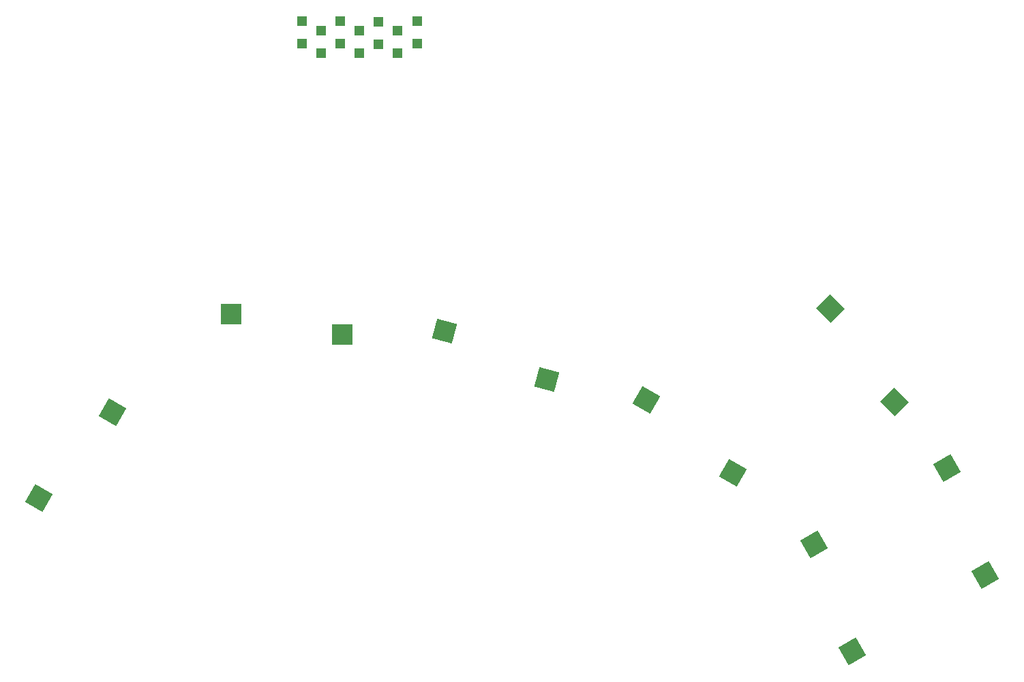
<source format=gbr>
%TF.GenerationSoftware,KiCad,Pcbnew,6.0.4*%
%TF.CreationDate,2022-05-08T18:55:17+02:00*%
%TF.ProjectId,mykeeb-adapter,6d796b65-6562-42d6-9164-61707465722e,rev?*%
%TF.SameCoordinates,Original*%
%TF.FileFunction,Paste,Top*%
%TF.FilePolarity,Positive*%
%FSLAX46Y46*%
G04 Gerber Fmt 4.6, Leading zero omitted, Abs format (unit mm)*
G04 Created by KiCad (PCBNEW 6.0.4) date 2022-05-08 18:55:17*
%MOMM*%
%LPD*%
G01*
G04 APERTURE LIST*
G04 Aperture macros list*
%AMRotRect*
0 Rectangle, with rotation*
0 The origin of the aperture is its center*
0 $1 length*
0 $2 width*
0 $3 Rotation angle, in degrees counterclockwise*
0 Add horizontal line*
21,1,$1,$2,0,0,$3*%
G04 Aperture macros list end*
%ADD10RotRect,2.550000X2.500000X315.000000*%
%ADD11RotRect,2.550000X2.500000X300.000000*%
%ADD12R,1.200000X1.200000*%
%ADD13R,2.550000X2.500000*%
%ADD14RotRect,2.550000X2.500000X345.000000*%
%ADD15RotRect,2.550000X2.500000X60.000000*%
%ADD16RotRect,2.550000X2.500000X330.000000*%
G04 APERTURE END LIST*
D10*
%TO.C,K46*%
X152067067Y-107337694D03*
X160064444Y-118927174D03*
%TD*%
D11*
%TO.C,K45*%
X166580457Y-127148751D03*
X171305753Y-140413203D03*
%TD*%
D12*
%TO.C,D46*%
X86453501Y-71631023D03*
X86453501Y-74431023D03*
%TD*%
%TO.C,D45*%
X88834753Y-72821649D03*
X88834753Y-75621649D03*
%TD*%
%TO.C,D43*%
X93597257Y-72821649D03*
X93597257Y-75621649D03*
%TD*%
D13*
%TO.C,K41*%
X77649133Y-108029470D03*
X91499133Y-110569470D03*
%TD*%
D12*
%TO.C,D44*%
X91216005Y-71631023D03*
X91216005Y-74431023D03*
%TD*%
D14*
%TO.C,K42*%
X104181406Y-110146473D03*
X116902079Y-116184568D03*
%TD*%
D11*
%TO.C,K44*%
X150082659Y-136673759D03*
X154807955Y-149938211D03*
%TD*%
D15*
%TO.C,K40*%
X53772830Y-130899595D03*
X62897534Y-120175143D03*
%TD*%
D12*
%TO.C,D42*%
X95978509Y-71680771D03*
X95978509Y-74480771D03*
%TD*%
D16*
%TO.C,K43*%
X129252186Y-118661947D03*
X139976638Y-127786651D03*
%TD*%
D12*
%TO.C,D41*%
X98359761Y-72821649D03*
X98359761Y-75621649D03*
%TD*%
%TO.C,D40*%
X100741013Y-71631023D03*
X100741013Y-74431023D03*
%TD*%
M02*

</source>
